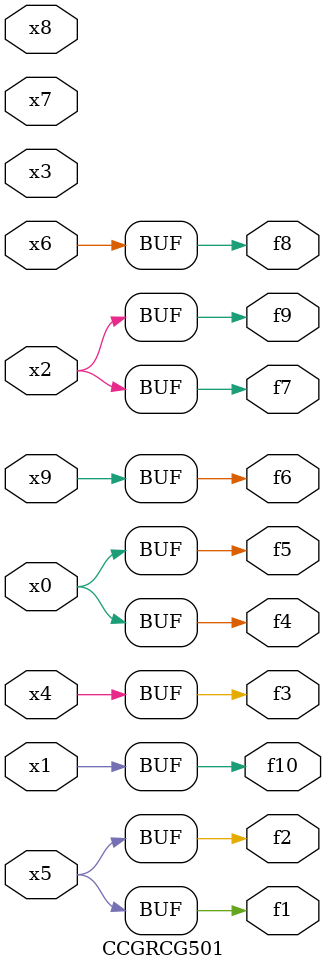
<source format=v>
module CCGRCG501(
	input x0, x1, x2, x3, x4, x5, x6, x7, x8, x9,
	output f1, f2, f3, f4, f5, f6, f7, f8, f9, f10
);
	assign f1 = x5;
	assign f2 = x5;
	assign f3 = x4;
	assign f4 = x0;
	assign f5 = x0;
	assign f6 = x9;
	assign f7 = x2;
	assign f8 = x6;
	assign f9 = x2;
	assign f10 = x1;
endmodule

</source>
